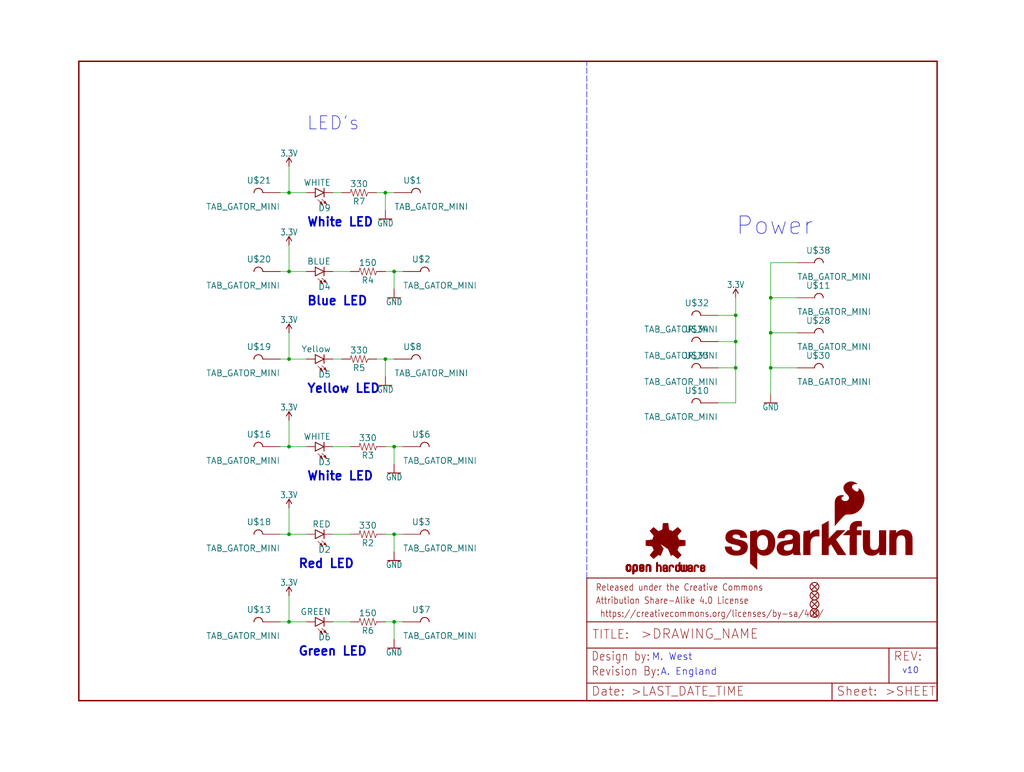
<source format=kicad_sch>
(kicad_sch (version 20211123) (generator eeschema)
  (paper "User" 297.002 223.926)
  (lib_symbols
    (symbol "eagleSchem-eagle-import:150OHM-0603-1{slash}10W-1%"
      (property "Reference" "R" (at 0 1.524 0))
      (property "Value" "150OHM-0603-1{slash}10W-1%" (at 0 -1.524 0))
      (symbol "150OHM-0603-1{slash}10W-1%_1_0"
        (pin passive line (at -5.08 0 0) (length 2.54) (name "1") (number "1"))
        (pin passive line (at 5.08 0 180) (length 2.54) (name "2") (number "2"))
      )
    )
    (symbol "eagleSchem-eagle-import:3.3V" (power)
      (property "Value" "3.3V" (at 0 2.794 0))
      (symbol "3.3V_1_0"
        (pin power_in line (at 0 0 90) (length 2.54) (name "3.3V") (number "1"))
      )
    )
    (symbol "eagleSchem-eagle-import:330OHM-0603-1{slash}10W-1%"
      (property "Reference" "R" (at 0 1.524 0))
      (property "Value" "330OHM-0603-1{slash}10W-1%" (at 0 -1.524 0))
      (symbol "330OHM-0603-1{slash}10W-1%_1_0"
        (pin passive line (at -5.08 0 0) (length 2.54) (name "1") (number "1"))
        (pin passive line (at 5.08 0 180) (length 2.54) (name "2") (number "2"))
      )
    )
    (symbol "eagleSchem-eagle-import:FIDUCIALUFIDUCIAL")
    (symbol "eagleSchem-eagle-import:FRAME-LETTER"
      (symbol "FRAME-LETTER_2_0"
        (text " https://creativecommons.org/licenses/by-sa/4.0/" (at 2.54 24.13 0) (effects (font (size 1.9304 1.6408)) (justify left bottom)))
        (text ">DRAWING_NAME" (at 15.494 17.78 0) (effects (font (size 2.7432 2.7432)) (justify left bottom)))
        (text ">LAST_DATE_TIME" (at 12.7 1.27 0) (effects (font (size 2.54 2.54)) (justify left bottom)))
        (text ">SHEET" (at 86.36 1.27 0) (effects (font (size 2.54 2.54)) (justify left bottom)))
        (text "Attribution Share-Alike 4.0 License" (at 2.54 27.94 0) (effects (font (size 1.9304 1.6408)) (justify left bottom)))
        (text "Date:" (at 1.27 1.27 0) (effects (font (size 2.54 2.54)) (justify left bottom)))
        (text "Design by:" (at 1.27 11.43 0) (effects (font (size 2.54 2.159)) (justify left bottom)))
        (text "Released under the Creative Commons" (at 2.54 31.75 0) (effects (font (size 1.9304 1.6408)) (justify left bottom)))
        (text "REV:" (at 88.9 11.43 0) (effects (font (size 2.54 2.54)) (justify left bottom)))
        (text "Sheet:" (at 72.39 1.27 0) (effects (font (size 2.54 2.54)) (justify left bottom)))
        (text "TITLE:" (at 1.524 17.78 0) (effects (font (size 2.54 2.54)) (justify left bottom)))
      )
    )
    (symbol "eagleSchem-eagle-import:GND" (power)
      (property "Value" "GND" (at 0 -0.254 0))
      (symbol "GND_1_0"
        (pin power_in line (at 0 2.54 270) (length 2.54) (name "GND") (number "1"))
      )
    )
    (symbol "eagleSchem-eagle-import:LED-BLUE1206"
      (property "Reference" "D" (at -3.429 -4.572 90))
      (property "Value" "LED-BLUE1206" (at 1.905 -4.572 90))
      (symbol "LED-BLUE1206_1_0"
        (pin passive line (at 0 2.54 270) (length 2.54) (name "A") (number "A"))
        (pin passive line (at 0 -5.08 90) (length 2.54) (name "C") (number "C"))
      )
    )
    (symbol "eagleSchem-eagle-import:LED-GREEN1206"
      (property "Reference" "D" (at -3.429 -4.572 90))
      (property "Value" "LED-GREEN1206" (at 1.905 -4.572 90))
      (symbol "LED-GREEN1206_1_0"
        (pin passive line (at 0 2.54 270) (length 2.54) (name "A") (number "A"))
        (pin passive line (at 0 -5.08 90) (length 2.54) (name "C") (number "C"))
      )
    )
    (symbol "eagleSchem-eagle-import:LED-RED1206"
      (property "Reference" "D" (at -3.429 -4.572 90))
      (property "Value" "LED-RED1206" (at 1.905 -4.572 90))
      (symbol "LED-RED1206_1_0"
        (pin passive line (at 0 2.54 270) (length 2.54) (name "A") (number "A"))
        (pin passive line (at 0 -5.08 90) (length 2.54) (name "C") (number "C"))
      )
    )
    (symbol "eagleSchem-eagle-import:LED-WHITE1206"
      (property "Reference" "D" (at -3.429 -4.572 90))
      (property "Value" "LED-WHITE1206" (at 1.905 -4.572 90))
      (symbol "LED-WHITE1206_1_0"
        (pin passive line (at 0 2.54 270) (length 2.54) (name "A") (number "A"))
        (pin passive line (at 0 -5.08 90) (length 2.54) (name "C") (number "C"))
      )
    )
    (symbol "eagleSchem-eagle-import:LED-YELLOWLILYPAD"
      (property "Reference" "D" (at -3.429 -4.572 90))
      (property "Value" "LED-YELLOWLILYPAD" (at 1.905 -4.572 90))
      (symbol "LED-YELLOWLILYPAD_1_0"
        (pin passive line (at 0 2.54 270) (length 2.54) (name "A") (number "A"))
        (pin passive line (at 0 -5.08 90) (length 2.54) (name "C") (number "C"))
      )
    )
    (symbol "eagleSchem-eagle-import:OSHW-LOGOMINI")
    (symbol "eagleSchem-eagle-import:REVISION"
      (symbol "REVISION_1_0"
        (text "Revision By: " (at 0 0 0) (effects (font (size 2.54 2.159)) (justify left bottom)))
      )
    )
    (symbol "eagleSchem-eagle-import:SFE_LOGO_FLAME.1_INCH")
    (symbol "eagleSchem-eagle-import:SFE_LOGO_NAME.1_INCH")
    (symbol "eagleSchem-eagle-import:TAB_GATOR_MINI"
      (property "Value" "TAB_GATOR_MINI" (at -2.54 -5.08 0))
      (symbol "TAB_GATOR_MINI_1_0"
        (pin bidirectional line (at -2.54 0 0) (length 5.08) (name "P$1") (number "P1"))
      )
    )
  )
  (junction (at 213.36 91.44))
  (junction (at 83.82 129.54))
  (junction (at 111.76 104.14))
  (junction (at 83.82 78.74))
  (junction (at 213.36 99.06))
  (junction (at 223.52 96.52))
  (junction (at 83.82 55.88))
  (junction (at 111.76 55.88))
  (junction (at 114.3 180.34))
  (junction (at 223.52 106.68))
  (junction (at 83.82 154.94))
  (junction (at 83.82 104.14))
  (junction (at 83.82 180.34))
  (junction (at 223.52 86.36))
  (junction (at 114.3 154.94))
  (junction (at 114.3 78.74))
  (junction (at 114.3 129.54))
  (junction (at 213.36 106.68))
  (wire (pts (xy 114.3 160.02) (xy 114.3 154.94)))
  (wire (pts (xy 81.28 78.74) (xy 83.82 78.74)))
  (wire (pts (xy 114.3 180.34) (xy 116.84 180.34)))
  (wire (pts (xy 96.52 55.88) (xy 99.06 55.88)))
  (wire (pts (xy 213.36 116.84) (xy 213.36 106.68)))
  (wire (pts (xy 81.28 129.54) (xy 83.82 129.54)))
  (wire (pts (xy 83.82 147.32) (xy 83.82 154.94)))
  (wire (pts (xy 223.52 106.68) (xy 223.52 114.3)))
  (wire (pts (xy 83.82 78.74) (xy 88.9 78.74)))
  (wire (pts (xy 96.52 78.74) (xy 101.6 78.74)))
  (wire (pts (xy 213.36 91.44) (xy 213.36 86.36)))
  (wire (pts (xy 83.82 129.54) (xy 88.9 129.54)))
  (wire (pts (xy 114.3 185.42) (xy 114.3 180.34)))
  (wire (pts (xy 81.28 55.88) (xy 83.82 55.88)))
  (wire (pts (xy 83.82 48.26) (xy 83.82 55.88)))
  (wire (pts (xy 213.36 106.68) (xy 213.36 99.06)))
  (polyline (pts (xy 170.18 167.64) (xy 170.18 17.78)))
  (wire (pts (xy 83.82 55.88) (xy 88.9 55.88)))
  (wire (pts (xy 111.76 104.14) (xy 114.3 104.14)))
  (wire (pts (xy 111.76 55.88) (xy 114.3 55.88)))
  (wire (pts (xy 114.3 129.54) (xy 116.84 129.54)))
  (wire (pts (xy 83.82 121.92) (xy 83.82 129.54)))
  (wire (pts (xy 208.28 116.84) (xy 213.36 116.84)))
  (wire (pts (xy 223.52 86.36) (xy 223.52 96.52)))
  (wire (pts (xy 109.22 55.88) (xy 111.76 55.88)))
  (wire (pts (xy 213.36 99.06) (xy 213.36 91.44)))
  (wire (pts (xy 114.3 154.94) (xy 116.84 154.94)))
  (wire (pts (xy 114.3 78.74) (xy 116.84 78.74)))
  (wire (pts (xy 111.76 129.54) (xy 114.3 129.54)))
  (wire (pts (xy 81.28 154.94) (xy 83.82 154.94)))
  (wire (pts (xy 111.76 60.96) (xy 111.76 55.88)))
  (wire (pts (xy 111.76 109.22) (xy 111.76 104.14)))
  (wire (pts (xy 114.3 134.62) (xy 114.3 129.54)))
  (wire (pts (xy 96.52 129.54) (xy 101.6 129.54)))
  (wire (pts (xy 111.76 154.94) (xy 114.3 154.94)))
  (wire (pts (xy 208.28 99.06) (xy 213.36 99.06)))
  (wire (pts (xy 231.14 106.68) (xy 223.52 106.68)))
  (wire (pts (xy 83.82 154.94) (xy 88.9 154.94)))
  (wire (pts (xy 231.14 86.36) (xy 223.52 86.36)))
  (wire (pts (xy 83.82 71.12) (xy 83.82 78.74)))
  (wire (pts (xy 208.28 106.68) (xy 213.36 106.68)))
  (wire (pts (xy 223.52 86.36) (xy 223.52 76.2)))
  (wire (pts (xy 83.82 172.72) (xy 83.82 180.34)))
  (wire (pts (xy 223.52 76.2) (xy 231.14 76.2)))
  (wire (pts (xy 231.14 96.52) (xy 223.52 96.52)))
  (wire (pts (xy 81.28 104.14) (xy 83.82 104.14)))
  (wire (pts (xy 114.3 83.82) (xy 114.3 78.74)))
  (wire (pts (xy 81.28 180.34) (xy 83.82 180.34)))
  (wire (pts (xy 111.76 78.74) (xy 114.3 78.74)))
  (wire (pts (xy 83.82 180.34) (xy 88.9 180.34)))
  (wire (pts (xy 83.82 104.14) (xy 88.9 104.14)))
  (wire (pts (xy 223.52 96.52) (xy 223.52 106.68)))
  (wire (pts (xy 111.76 180.34) (xy 114.3 180.34)))
  (wire (pts (xy 208.28 91.44) (xy 213.36 91.44)))
  (wire (pts (xy 109.22 104.14) (xy 111.76 104.14)))
  (wire (pts (xy 96.52 154.94) (xy 101.6 154.94)))
  (wire (pts (xy 96.52 180.34) (xy 101.6 180.34)))
  (wire (pts (xy 96.52 104.14) (xy 99.06 104.14)))
  (wire (pts (xy 83.82 96.52) (xy 83.82 104.14)))
  (text "M. West" (at 188.976 191.77 180) (effects (font (size 2.032 2.032)) (justify left bottom)))
  (text "Yellow LED" (at 88.9 114.3 180) (effects (font (size 2.54 2.54) (thickness 0.508) bold) (justify left bottom)))
  (text "Blue LED" (at 88.9 88.9 180) (effects (font (size 2.54 2.54) (thickness 0.508) bold) (justify left bottom)))
  (text "LED's" (at 88.9 38.1 180) (effects (font (size 3.81 3.81)) (justify left bottom)))
  (text "White LED" (at 88.9 139.7 180) (effects (font (size 2.54 2.54) (thickness 0.508) bold) (justify left bottom)))
  (text "Red LED" (at 86.36 165.1 180) (effects (font (size 2.54 2.54) (thickness 0.508) bold) (justify left bottom)))
  (text "White LED" (at 88.9 66.04 180) (effects (font (size 2.54 2.54) (thickness 0.508) bold) (justify left bottom)))
  (text "Green LED" (at 86.36 190.5 180) (effects (font (size 2.54 2.54) (thickness 0.508) bold) (justify left bottom)))
  (text "A. England" (at 191.516 196.088 180) (effects (font (size 2.032 2.032)) (justify left bottom)))
  (text "Power" (at 213.36 68.58 180) (effects (font (size 5.08 5.08)) (justify left bottom)))
  (text "v10" (at 261.62 195.58 180) (effects (font (size 1.778 1.778)) (justify left bottom)))
  (symbol (lib_id "eagleSchem-eagle-import:TAB_GATOR_MINI") (at 78.74 129.54 0) (mirror y) (unit 1)
    (property "Reference" "U$16" (at 78.74 127 0) (effects (font (size 1.778 1.778)) (justify left bottom)))
    (property "Value" "TAB_GATOR_MINI" (at 81.28 134.62 0) (effects (font (size 1.778 1.778)) (justify left bottom)))
    (property "Footprint" "eagleSchem:TAB_GATOR_MINI" (effects hide))
  )
  (symbol (lib_id "eagleSchem-eagle-import:REVISION") (at 171.45 196.088 0) (unit 1)
    (property "Reference" "LOGO8" (effects hide))
    (property "Value" "REVISION" (effects hide))
    (property "Footprint" "eagleSchem:REVISION" (effects hide))
  )
  (symbol (lib_id "eagleSchem-eagle-import:LED-BLUE1206") (at 91.44 78.74 90) (unit 1)
    (property "Reference" "D4" (at 96.012 82.169 90) (effects (font (size 1.778 1.778)) (justify left bottom)))
    (property "Value" "BLUE" (at 96.012 76.835 90) (effects (font (size 1.778 1.778)) (justify left top)))
    (property "Footprint" "eagleSchem:LED-1206" (effects hide))
  )
  (symbol (lib_id "eagleSchem-eagle-import:FIDUCIALUFIDUCIAL") (at 236.22 170.18 0) (unit 1)
    (property "Reference" "FD1" (effects hide))
    (property "Value" "FIDUCIALUFIDUCIAL" (effects hide))
    (property "Footprint" "eagleSchem:FIDUCIAL-MICRO" (effects hide))
  )
  (symbol (lib_id "eagleSchem-eagle-import:TAB_GATOR_MINI") (at 78.74 154.94 0) (mirror y) (unit 1)
    (property "Reference" "U$18" (at 78.74 152.4 0) (effects (font (size 1.778 1.778)) (justify left bottom)))
    (property "Value" "TAB_GATOR_MINI" (at 81.28 160.02 0) (effects (font (size 1.778 1.778)) (justify left bottom)))
    (property "Footprint" "eagleSchem:TAB_GATOR_MINI" (effects hide))
  )
  (symbol (lib_id "eagleSchem-eagle-import:3.3V") (at 83.82 48.26 0) (unit 1)
    (property "Reference" "#SUPPLY7" (effects hide))
    (property "Value" "3.3V" (at 83.82 45.466 0) (effects (font (size 1.778 1.5113)) (justify bottom)))
    (property "Footprint" "eagleSchem:" (effects hide))
  )
  (symbol (lib_id "eagleSchem-eagle-import:FIDUCIALUFIDUCIAL") (at 236.22 172.72 0) (unit 1)
    (property "Reference" "FD2" (effects hide))
    (property "Value" "FIDUCIALUFIDUCIAL" (effects hide))
    (property "Footprint" "eagleSchem:FIDUCIAL-MICRO" (effects hide))
  )
  (symbol (lib_id "eagleSchem-eagle-import:FRAME-LETTER") (at 170.18 203.2 0) (unit 2)
    (property "Reference" "FRAME1" (effects hide))
    (property "Value" "FRAME-LETTER" (effects hide))
    (property "Footprint" "eagleSchem:CREATIVE_COMMONS" (effects hide))
  )
  (symbol (lib_id "eagleSchem-eagle-import:330OHM-0603-1{slash}10W-1%") (at 106.68 154.94 180) (unit 1)
    (property "Reference" "R2" (at 106.68 156.464 0) (effects (font (size 1.778 1.778)) (justify bottom)))
    (property "Value" "330" (at 106.68 153.416 0) (effects (font (size 1.778 1.778)) (justify top)))
    (property "Footprint" "eagleSchem:0603" (effects hide))
  )
  (symbol (lib_id "eagleSchem-eagle-import:TAB_GATOR_MINI") (at 233.68 86.36 0) (unit 1)
    (property "Reference" "U$11" (at 233.68 83.82 0) (effects (font (size 1.778 1.778)) (justify left bottom)))
    (property "Value" "TAB_GATOR_MINI" (at 231.14 91.44 0) (effects (font (size 1.778 1.778)) (justify left bottom)))
    (property "Footprint" "eagleSchem:TAB_GATOR_MINI" (effects hide))
  )
  (symbol (lib_id "eagleSchem-eagle-import:LED-WHITE1206") (at 91.44 55.88 90) (unit 1)
    (property "Reference" "D9" (at 96.012 59.309 90) (effects (font (size 1.778 1.778)) (justify left bottom)))
    (property "Value" "WHITE" (at 96.012 53.975 90) (effects (font (size 1.778 1.778)) (justify left top)))
    (property "Footprint" "eagleSchem:LED-1206" (effects hide))
  )
  (symbol (lib_id "eagleSchem-eagle-import:330OHM-0603-1{slash}10W-1%") (at 104.14 104.14 180) (unit 1)
    (property "Reference" "R5" (at 104.14 105.664 0) (effects (font (size 1.778 1.778)) (justify bottom)))
    (property "Value" "330" (at 104.14 102.616 0) (effects (font (size 1.778 1.778)) (justify top)))
    (property "Footprint" "eagleSchem:0603" (effects hide))
  )
  (symbol (lib_id "eagleSchem-eagle-import:TAB_GATOR_MINI") (at 205.74 99.06 0) (mirror y) (unit 1)
    (property "Reference" "U$34" (at 205.74 96.52 0) (effects (font (size 1.778 1.778)) (justify left bottom)))
    (property "Value" "TAB_GATOR_MINI" (at 208.28 104.14 0) (effects (font (size 1.778 1.778)) (justify left bottom)))
    (property "Footprint" "eagleSchem:TAB_GATOR_MINI" (effects hide))
  )
  (symbol (lib_id "eagleSchem-eagle-import:FIDUCIALUFIDUCIAL") (at 236.22 177.8 0) (unit 1)
    (property "Reference" "FD4" (effects hide))
    (property "Value" "FIDUCIALUFIDUCIAL" (effects hide))
    (property "Footprint" "eagleSchem:FIDUCIAL-MICRO" (effects hide))
  )
  (symbol (lib_id "eagleSchem-eagle-import:TAB_GATOR_MINI") (at 205.74 91.44 0) (mirror y) (unit 1)
    (property "Reference" "U$32" (at 205.74 88.9 0) (effects (font (size 1.778 1.778)) (justify left bottom)))
    (property "Value" "TAB_GATOR_MINI" (at 208.28 96.52 0) (effects (font (size 1.778 1.778)) (justify left bottom)))
    (property "Footprint" "eagleSchem:TAB_GATOR_MINI" (effects hide))
  )
  (symbol (lib_id "eagleSchem-eagle-import:3.3V") (at 83.82 172.72 0) (unit 1)
    (property "Reference" "#SUPPLY6" (effects hide))
    (property "Value" "3.3V" (at 83.82 169.926 0) (effects (font (size 1.778 1.5113)) (justify bottom)))
    (property "Footprint" "eagleSchem:" (effects hide))
  )
  (symbol (lib_id "eagleSchem-eagle-import:3.3V") (at 83.82 147.32 0) (unit 1)
    (property "Reference" "#SUPPLY2" (effects hide))
    (property "Value" "3.3V" (at 83.82 144.526 0) (effects (font (size 1.778 1.5113)) (justify bottom)))
    (property "Footprint" "eagleSchem:" (effects hide))
  )
  (symbol (lib_id "eagleSchem-eagle-import:TAB_GATOR_MINI") (at 233.68 106.68 0) (unit 1)
    (property "Reference" "U$30" (at 233.68 104.14 0) (effects (font (size 1.778 1.778)) (justify left bottom)))
    (property "Value" "TAB_GATOR_MINI" (at 231.14 111.76 0) (effects (font (size 1.778 1.778)) (justify left bottom)))
    (property "Footprint" "eagleSchem:TAB_GATOR_MINI" (effects hide))
  )
  (symbol (lib_id "eagleSchem-eagle-import:TAB_GATOR_MINI") (at 205.74 116.84 0) (mirror y) (unit 1)
    (property "Reference" "U$10" (at 205.74 114.3 0) (effects (font (size 1.778 1.778)) (justify left bottom)))
    (property "Value" "TAB_GATOR_MINI" (at 208.28 121.92 0) (effects (font (size 1.778 1.778)) (justify left bottom)))
    (property "Footprint" "eagleSchem:TAB_GATOR_MINI" (effects hide))
  )
  (symbol (lib_id "eagleSchem-eagle-import:TAB_GATOR_MINI") (at 78.74 104.14 0) (mirror y) (unit 1)
    (property "Reference" "U$19" (at 78.74 101.6 0) (effects (font (size 1.778 1.778)) (justify left bottom)))
    (property "Value" "TAB_GATOR_MINI" (at 81.28 109.22 0) (effects (font (size 1.778 1.778)) (justify left bottom)))
    (property "Footprint" "eagleSchem:TAB_GATOR_MINI" (effects hide))
  )
  (symbol (lib_id "eagleSchem-eagle-import:SFE_LOGO_NAME.1_INCH") (at 208.28 165.1 0) (unit 1)
    (property "Reference" "LOGO16" (effects hide))
    (property "Value" "SFE_LOGO_NAME.1_INCH" (effects hide))
    (property "Footprint" "eagleSchem:SFE_LOGO_NAME_.1" (effects hide))
  )
  (symbol (lib_id "eagleSchem-eagle-import:GND") (at 111.76 63.5 0) (unit 1)
    (property "Reference" "#GND7" (effects hide))
    (property "Value" "GND" (at 111.76 63.754 0) (effects (font (size 1.778 1.5113)) (justify top)))
    (property "Footprint" "eagleSchem:" (effects hide))
  )
  (symbol (lib_id "eagleSchem-eagle-import:330OHM-0603-1{slash}10W-1%") (at 106.68 129.54 180) (unit 1)
    (property "Reference" "R3" (at 106.68 131.064 0) (effects (font (size 1.778 1.778)) (justify bottom)))
    (property "Value" "330" (at 106.68 128.016 0) (effects (font (size 1.778 1.778)) (justify top)))
    (property "Footprint" "eagleSchem:0603" (effects hide))
  )
  (symbol (lib_id "eagleSchem-eagle-import:GND") (at 114.3 86.36 0) (unit 1)
    (property "Reference" "#GND4" (effects hide))
    (property "Value" "GND" (at 114.3 86.614 0) (effects (font (size 1.778 1.5113)) (justify top)))
    (property "Footprint" "eagleSchem:" (effects hide))
  )
  (symbol (lib_id "eagleSchem-eagle-import:TAB_GATOR_MINI") (at 78.74 180.34 0) (mirror y) (unit 1)
    (property "Reference" "U$13" (at 78.74 177.8 0) (effects (font (size 1.778 1.778)) (justify left bottom)))
    (property "Value" "TAB_GATOR_MINI" (at 81.28 185.42 0) (effects (font (size 1.778 1.778)) (justify left bottom)))
    (property "Footprint" "eagleSchem:TAB_GATOR_MINI" (effects hide))
  )
  (symbol (lib_id "eagleSchem-eagle-import:3.3V") (at 83.82 71.12 0) (unit 1)
    (property "Reference" "#SUPPLY4" (effects hide))
    (property "Value" "3.3V" (at 83.82 68.326 0) (effects (font (size 1.778 1.5113)) (justify bottom)))
    (property "Footprint" "eagleSchem:" (effects hide))
  )
  (symbol (lib_id "eagleSchem-eagle-import:TAB_GATOR_MINI") (at 78.74 78.74 0) (mirror y) (unit 1)
    (property "Reference" "U$20" (at 78.74 76.2 0) (effects (font (size 1.778 1.778)) (justify left bottom)))
    (property "Value" "TAB_GATOR_MINI" (at 81.28 83.82 0) (effects (font (size 1.778 1.778)) (justify left bottom)))
    (property "Footprint" "eagleSchem:TAB_GATOR_MINI" (effects hide))
  )
  (symbol (lib_id "eagleSchem-eagle-import:TAB_GATOR_MINI") (at 119.38 129.54 0) (unit 1)
    (property "Reference" "U$6" (at 119.38 127 0) (effects (font (size 1.778 1.778)) (justify left bottom)))
    (property "Value" "TAB_GATOR_MINI" (at 116.84 134.62 0) (effects (font (size 1.778 1.778)) (justify left bottom)))
    (property "Footprint" "eagleSchem:TAB_GATOR_MINI" (effects hide))
  )
  (symbol (lib_id "eagleSchem-eagle-import:TAB_GATOR_MINI") (at 119.38 78.74 0) (unit 1)
    (property "Reference" "U$2" (at 119.38 76.2 0) (effects (font (size 1.778 1.778)) (justify left bottom)))
    (property "Value" "TAB_GATOR_MINI" (at 116.84 83.82 0) (effects (font (size 1.778 1.778)) (justify left bottom)))
    (property "Footprint" "eagleSchem:TAB_GATOR_MINI" (effects hide))
  )
  (symbol (lib_id "eagleSchem-eagle-import:150OHM-0603-1{slash}10W-1%") (at 106.68 78.74 180) (unit 1)
    (property "Reference" "R4" (at 106.68 80.264 0) (effects (font (size 1.778 1.778)) (justify bottom)))
    (property "Value" "150" (at 106.68 77.216 0) (effects (font (size 1.778 1.778)) (justify top)))
    (property "Footprint" "eagleSchem:0603" (effects hide))
  )
  (symbol (lib_id "eagleSchem-eagle-import:TAB_GATOR_MINI") (at 119.38 180.34 0) (unit 1)
    (property "Reference" "U$7" (at 119.38 177.8 0) (effects (font (size 1.778 1.778)) (justify left bottom)))
    (property "Value" "TAB_GATOR_MINI" (at 116.84 185.42 0) (effects (font (size 1.778 1.778)) (justify left bottom)))
    (property "Footprint" "eagleSchem:TAB_GATOR_MINI" (effects hide))
  )
  (symbol (lib_id "eagleSchem-eagle-import:LED-GREEN1206") (at 91.44 180.34 90) (unit 1)
    (property "Reference" "D6" (at 96.012 183.769 90) (effects (font (size 1.778 1.778)) (justify left bottom)))
    (property "Value" "GREEN" (at 96.012 178.435 90) (effects (font (size 1.778 1.778)) (justify left top)))
    (property "Footprint" "eagleSchem:LED-1206" (effects hide))
  )
  (symbol (lib_id "eagleSchem-eagle-import:GND") (at 114.3 137.16 0) (unit 1)
    (property "Reference" "#GND3" (effects hide))
    (property "Value" "GND" (at 114.3 137.414 0) (effects (font (size 1.778 1.5113)) (justify top)))
    (property "Footprint" "eagleSchem:" (effects hide))
  )
  (symbol (lib_id "eagleSchem-eagle-import:LED-YELLOWLILYPAD") (at 91.44 104.14 90) (unit 1)
    (property "Reference" "D5" (at 96.012 107.569 90) (effects (font (size 1.778 1.778)) (justify left bottom)))
    (property "Value" "Yellow" (at 96.012 102.235 90) (effects (font (size 1.778 1.778)) (justify left top)))
    (property "Footprint" "eagleSchem:LED-1206" (effects hide))
  )
  (symbol (lib_id "eagleSchem-eagle-import:3.3V") (at 213.36 86.36 0) (unit 1)
    (property "Reference" "#SUPPLY12" (effects hide))
    (property "Value" "3.3V" (at 213.36 83.566 0) (effects (font (size 1.778 1.5113)) (justify bottom)))
    (property "Footprint" "eagleSchem:" (effects hide))
  )
  (symbol (lib_id "eagleSchem-eagle-import:TAB_GATOR_MINI") (at 233.68 76.2 0) (unit 1)
    (property "Reference" "U$38" (at 233.68 73.66 0) (effects (font (size 1.778 1.778)) (justify left bottom)))
    (property "Value" "TAB_GATOR_MINI" (at 231.14 81.28 0) (effects (font (size 1.778 1.778)) (justify left bottom)))
    (property "Footprint" "eagleSchem:TAB_GATOR_MINI" (effects hide))
  )
  (symbol (lib_id "eagleSchem-eagle-import:GND") (at 114.3 162.56 0) (unit 1)
    (property "Reference" "#GND2" (effects hide))
    (property "Value" "GND" (at 114.3 162.814 0) (effects (font (size 1.778 1.5113)) (justify top)))
    (property "Footprint" "eagleSchem:" (effects hide))
  )
  (symbol (lib_id "eagleSchem-eagle-import:TAB_GATOR_MINI") (at 78.74 55.88 0) (mirror y) (unit 1)
    (property "Reference" "U$21" (at 78.74 53.34 0) (effects (font (size 1.778 1.778)) (justify left bottom)))
    (property "Value" "TAB_GATOR_MINI" (at 81.28 60.96 0) (effects (font (size 1.778 1.778)) (justify left bottom)))
    (property "Footprint" "eagleSchem:TAB_GATOR_MINI" (effects hide))
  )
  (symbol (lib_id "eagleSchem-eagle-import:150OHM-0603-1{slash}10W-1%") (at 106.68 180.34 180) (unit 1)
    (property "Reference" "R6" (at 106.68 181.864 0) (effects (font (size 1.778 1.778)) (justify bottom)))
    (property "Value" "150" (at 106.68 178.816 0) (effects (font (size 1.778 1.778)) (justify top)))
    (property "Footprint" "eagleSchem:0603" (effects hide))
  )
  (symbol (lib_id "eagleSchem-eagle-import:3.3V") (at 83.82 96.52 0) (unit 1)
    (property "Reference" "#SUPPLY5" (effects hide))
    (property "Value" "3.3V" (at 83.82 93.726 0) (effects (font (size 1.778 1.5113)) (justify bottom)))
    (property "Footprint" "eagleSchem:" (effects hide))
  )
  (symbol (lib_id "eagleSchem-eagle-import:GND") (at 223.52 116.84 0) (unit 1)
    (property "Reference" "#GND11" (effects hide))
    (property "Value" "GND" (at 223.52 117.094 0) (effects (font (size 1.778 1.5113)) (justify top)))
    (property "Footprint" "eagleSchem:" (effects hide))
  )
  (symbol (lib_id "eagleSchem-eagle-import:TAB_GATOR_MINI") (at 119.38 154.94 0) (unit 1)
    (property "Reference" "U$3" (at 119.38 152.4 0) (effects (font (size 1.778 1.778)) (justify left bottom)))
    (property "Value" "TAB_GATOR_MINI" (at 116.84 160.02 0) (effects (font (size 1.778 1.778)) (justify left bottom)))
    (property "Footprint" "eagleSchem:TAB_GATOR_MINI" (effects hide))
  )
  (symbol (lib_id "eagleSchem-eagle-import:TAB_GATOR_MINI") (at 205.74 106.68 0) (mirror y) (unit 1)
    (property "Reference" "U$33" (at 205.74 104.14 0) (effects (font (size 1.778 1.778)) (justify left bottom)))
    (property "Value" "TAB_GATOR_MINI" (at 208.28 111.76 0) (effects (font (size 1.778 1.778)) (justify left bottom)))
    (property "Footprint" "eagleSchem:TAB_GATOR_MINI" (effects hide))
  )
  (symbol (lib_id "eagleSchem-eagle-import:OSHW-LOGOMINI") (at 193.04 157.48 0) (unit 1)
    (property "Reference" "LOGO15" (effects hide))
    (property "Value" "OSHW-LOGOMINI" (effects hide))
    (property "Footprint" "eagleSchem:OSHW-LOGO-MINI" (effects hide))
  )
  (symbol (lib_id "eagleSchem-eagle-import:GND") (at 111.76 111.76 0) (unit 1)
    (property "Reference" "#GND5" (effects hide))
    (property "Value" "GND" (at 111.76 112.014 0) (effects (font (size 1.778 1.5113)) (justify top)))
    (property "Footprint" "eagleSchem:" (effects hide))
  )
  (symbol (lib_id "eagleSchem-eagle-import:TAB_GATOR_MINI") (at 233.68 96.52 0) (unit 1)
    (property "Reference" "U$28" (at 233.68 93.98 0) (effects (font (size 1.778 1.778)) (justify left bottom)))
    (property "Value" "TAB_GATOR_MINI" (at 231.14 101.6 0) (effects (font (size 1.778 1.778)) (justify left bottom)))
    (property "Footprint" "eagleSchem:TAB_GATOR_MINI" (effects hide))
  )
  (symbol (lib_id "eagleSchem-eagle-import:GND") (at 114.3 187.96 0) (unit 1)
    (property "Reference" "#GND6" (effects hide))
    (property "Value" "GND" (at 114.3 188.214 0) (effects (font (size 1.778 1.5113)) (justify top)))
    (property "Footprint" "eagleSchem:" (effects hide))
  )
  (symbol (lib_id "eagleSchem-eagle-import:LED-WHITE1206") (at 91.44 129.54 90) (unit 1)
    (property "Reference" "D3" (at 96.012 132.969 90) (effects (font (size 1.778 1.778)) (justify left bottom)))
    (property "Value" "WHITE" (at 96.012 127.635 90) (effects (font (size 1.778 1.778)) (justify left top)))
    (property "Footprint" "eagleSchem:LED-1206" (effects hide))
  )
  (symbol (lib_id "eagleSchem-eagle-import:OSHW-LOGOMINI") (at 193.04 157.48 0) (unit 1)
    (property "Reference" "LOGO2" (effects hide))
    (property "Value" "OSHW-LOGOMINI" (effects hide))
    (property "Footprint" "eagleSchem:OSHW-LOGO-MINI" (effects hide))
  )
  (symbol (lib_id "eagleSchem-eagle-import:FIDUCIALUFIDUCIAL") (at 236.22 175.26 0) (unit 1)
    (property "Reference" "FD3" (effects hide))
    (property "Value" "FIDUCIALUFIDUCIAL" (effects hide))
    (property "Footprint" "eagleSchem:FIDUCIAL-MICRO" (effects hide))
  )
  (symbol (lib_id "eagleSchem-eagle-import:TAB_GATOR_MINI") (at 116.84 104.14 0) (unit 1)
    (property "Reference" "U$8" (at 116.84 101.6 0) (effects (font (size 1.778 1.778)) (justify left bottom)))
    (property "Value" "TAB_GATOR_MINI" (at 114.3 109.22 0) (effects (font (size 1.778 1.778)) (justify left bottom)))
    (property "Footprint" "eagleSchem:TAB_GATOR_MINI" (effects hide))
  )
  (symbol (lib_id "eagleSchem-eagle-import:SFE_LOGO_FLAME.1_INCH") (at 241.808 152.908 0) (unit 1)
    (property "Reference" "LOGO1" (effects hide))
    (property "Value" "SFE_LOGO_FLAME.1_INCH" (effects hide))
    (property "Footprint" "eagleSchem:SFE_LOGO_FLAME_.1" (effects hide))
  )
  (symbol (lib_id "eagleSchem-eagle-import:FRAME-LETTER") (at 22.86 203.2 0) (unit 1)
    (property "Reference" "FRAME1" (effects hide))
    (property "Value" "FRAME-LETTER" (effects hide))
    (property "Footprint" "eagleSchem:CREATIVE_COMMONS" (effects hide))
  )
  (symbol (lib_id "eagleSchem-eagle-import:3.3V") (at 83.82 121.92 0) (unit 1)
    (property "Reference" "#SUPPLY3" (effects hide))
    (property "Value" "3.3V" (at 83.82 119.126 0) (effects (font (size 1.778 1.5113)) (justify bottom)))
    (property "Footprint" "eagleSchem:" (effects hide))
  )
  (symbol (lib_id "eagleSchem-eagle-import:TAB_GATOR_MINI") (at 116.84 55.88 0) (unit 1)
    (property "Reference" "U$1" (at 116.84 53.34 0) (effects (font (size 1.778 1.778)) (justify left bottom)))
    (property "Value" "TAB_GATOR_MINI" (at 114.3 60.96 0) (effects (font (size 1.778 1.778)) (justify left bottom)))
    (property "Footprint" "eagleSchem:TAB_GATOR_MINI" (effects hide))
  )
  (symbol (lib_id "eagleSchem-eagle-import:330OHM-0603-1{slash}10W-1%") (at 104.14 55.88 180) (unit 1)
    (property "Reference" "R7" (at 104.14 57.404 0) (effects (font (size 1.778 1.778)) (justify bottom)))
    (property "Value" "330" (at 104.14 54.356 0) (effects (font (size 1.778 1.778)) (justify top)))
    (property "Footprint" "eagleSchem:0603" (effects hide))
  )
  (symbol (lib_id "eagleSchem-eagle-import:LED-RED1206") (at 91.44 154.94 90) (unit 1)
    (property "Reference" "D2" (at 96.012 158.369 90) (effects (font (size 1.778 1.778)) (justify left bottom)))
    (property "Value" "RED" (at 96.012 153.035 90) (effects (font (size 1.778 1.778)) (justify left top)))
    (property "Footprint" "eagleSchem:LED-1206" (effects hide))
  )
)
</source>
